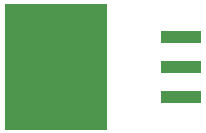
<source format=gtp>
G04*
G04 #@! TF.GenerationSoftware,Altium Limited,Altium Designer,21.9.2 (33)*
G04*
G04 Layer_Color=8421504*
%FSLAX25Y25*%
%MOIN*%
G70*
G04*
G04 #@! TF.SameCoordinates,FCC0D48B-1CBD-4A19-82D4-69B650A40008*
G04*
G04*
G04 #@! TF.FilePolarity,Positive*
G04*
G01*
G75*
%ADD14R,0.33858X0.42126*%
%ADD15R,0.13386X0.03937*%
D14*
X37823Y66000D02*
D03*
D15*
X79555Y76000D02*
D03*
Y66000D02*
D03*
Y56000D02*
D03*
M02*

</source>
